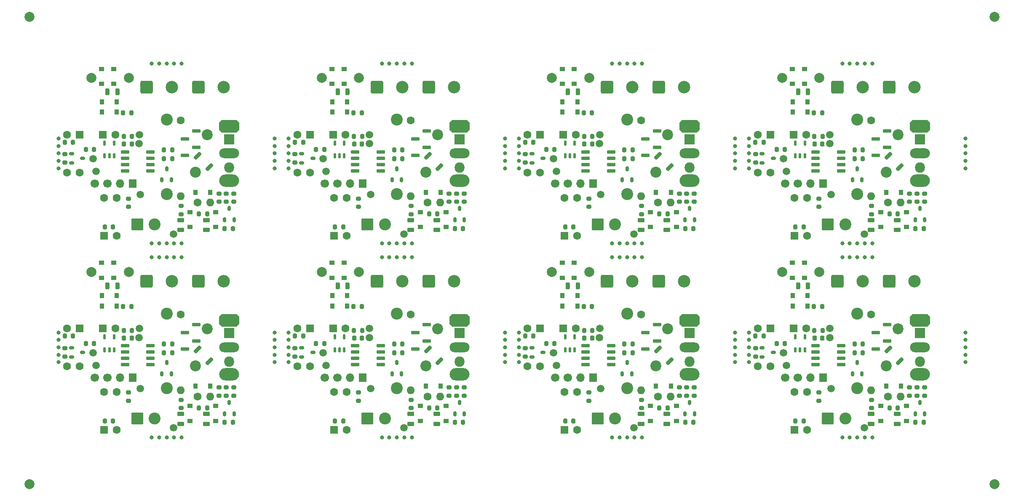
<source format=gbr>
%TF.GenerationSoftware,KiCad,Pcbnew,9.0.2-9.0.2-0~ubuntu24.04.1*%
%TF.CreationDate,2025-05-26T21:58:39+03:00*%
%TF.ProjectId,panelize,70616e65-6c69-47a6-952e-6b696361645f,V01*%
%TF.SameCoordinates,PX2e40d20PY1312d00*%
%TF.FileFunction,Soldermask,Bot*%
%TF.FilePolarity,Negative*%
%FSLAX46Y46*%
G04 Gerber Fmt 4.6, Leading zero omitted, Abs format (unit mm)*
G04 Created by KiCad (PCBNEW 9.0.2-9.0.2-0~ubuntu24.04.1) date 2025-05-26 21:58:39*
%MOMM*%
%LPD*%
G01*
G04 APERTURE LIST*
G04 Aperture macros list*
%AMRoundRect*
0 Rectangle with rounded corners*
0 $1 Rounding radius*
0 $2 $3 $4 $5 $6 $7 $8 $9 X,Y pos of 4 corners*
0 Add a 4 corners polygon primitive as box body*
4,1,4,$2,$3,$4,$5,$6,$7,$8,$9,$2,$3,0*
0 Add four circle primitives for the rounded corners*
1,1,$1+$1,$2,$3*
1,1,$1+$1,$4,$5*
1,1,$1+$1,$6,$7*
1,1,$1+$1,$8,$9*
0 Add four rect primitives between the rounded corners*
20,1,$1+$1,$2,$3,$4,$5,0*
20,1,$1+$1,$4,$5,$6,$7,0*
20,1,$1+$1,$6,$7,$8,$9,0*
20,1,$1+$1,$8,$9,$2,$3,0*%
%AMOutline5P*
0 Free polygon, 5 corners , with rotation*
0 The origin of the aperture is its center*
0 number of corners: always 5*
0 $1 to $10 corner X, Y*
0 $11 Rotation angle, in degrees counterclockwise*
0 create outline with 5 corners*
4,1,5,$1,$2,$3,$4,$5,$6,$7,$8,$9,$10,$1,$2,$11*%
%AMOutline6P*
0 Free polygon, 6 corners , with rotation*
0 The origin of the aperture is its center*
0 number of corners: always 6*
0 $1 to $12 corner X, Y*
0 $13 Rotation angle, in degrees counterclockwise*
0 create outline with 6 corners*
4,1,6,$1,$2,$3,$4,$5,$6,$7,$8,$9,$10,$11,$12,$1,$2,$13*%
%AMOutline7P*
0 Free polygon, 7 corners , with rotation*
0 The origin of the aperture is its center*
0 number of corners: always 7*
0 $1 to $14 corner X, Y*
0 $15 Rotation angle, in degrees counterclockwise*
0 create outline with 7 corners*
4,1,7,$1,$2,$3,$4,$5,$6,$7,$8,$9,$10,$11,$12,$13,$14,$1,$2,$15*%
%AMOutline8P*
0 Free polygon, 8 corners , with rotation*
0 The origin of the aperture is its center*
0 number of corners: always 8*
0 $1 to $16 corner X, Y*
0 $17 Rotation angle, in degrees counterclockwise*
0 create outline with 8 corners*
4,1,8,$1,$2,$3,$4,$5,$6,$7,$8,$9,$10,$11,$12,$13,$14,$15,$16,$1,$2,$17*%
G04 Aperture macros list end*
%ADD10C,2.000000*%
%ADD11C,0.800000*%
%ADD12RoundRect,0.250000X-1.000000X-1.000000X1.000000X-1.000000X1.000000X1.000000X-1.000000X1.000000X0*%
%ADD13C,2.500000*%
%ADD14RoundRect,0.250000X-0.550000X0.550000X-0.550000X-0.550000X0.550000X-0.550000X0.550000X0.550000X0*%
%ADD15C,1.600000*%
%ADD16Outline8P,-1.250000X1.500000X-0.750000X2.000000X0.750000X2.000000X1.250000X1.500000X1.250000X-1.500000X0.750000X-2.000000X-0.750000X-2.000000X-1.250000X-1.500000X270.000000*%
%ADD17R,2.000000X2.100000*%
%ADD18O,4.000000X2.000000*%
%ADD19O,2.000000X2.100000*%
%ADD20O,4.000000X2.500000*%
%ADD21R,1.600000X1.600000*%
%ADD22R,1.600000X1.700000*%
%ADD23O,1.700000X1.700000*%
%ADD24C,1.700000*%
%ADD25C,2.200000*%
%ADD26O,1.600000X1.600000*%
%ADD27RoundRect,0.250000X0.550000X-0.550000X0.550000X0.550000X-0.550000X0.550000X-0.550000X-0.550000X0*%
%ADD28C,2.400000*%
%ADD29RoundRect,0.250001X-0.949999X-0.949999X0.949999X-0.949999X0.949999X0.949999X-0.949999X0.949999X0*%
%ADD30RoundRect,0.150000X0.350000X0.150000X-0.350000X0.150000X-0.350000X-0.150000X0.350000X-0.150000X0*%
%ADD31RoundRect,0.200000X0.200000X0.275000X-0.200000X0.275000X-0.200000X-0.275000X0.200000X-0.275000X0*%
%ADD32RoundRect,0.200000X0.500000X-0.200000X0.500000X0.200000X-0.500000X0.200000X-0.500000X-0.200000X0*%
%ADD33RoundRect,0.204545X0.245455X0.345455X-0.245455X0.345455X-0.245455X-0.345455X0.245455X-0.345455X0*%
%ADD34RoundRect,0.204545X-0.345455X0.245455X-0.345455X-0.245455X0.345455X-0.245455X0.345455X0.245455X0*%
%ADD35RoundRect,0.204545X-0.245455X-0.345455X0.245455X-0.345455X0.245455X0.345455X-0.245455X0.345455X0*%
%ADD36RoundRect,0.200000X-0.200000X-0.275000X0.200000X-0.275000X0.200000X0.275000X-0.200000X0.275000X0*%
%ADD37RoundRect,0.166667X-0.708333X0.208333X-0.708333X-0.208333X0.708333X-0.208333X0.708333X0.208333X0*%
%ADD38RoundRect,0.204545X0.345455X-0.245455X0.345455X0.245455X-0.345455X0.245455X-0.345455X-0.245455X0*%
%ADD39RoundRect,0.137500X-0.137500X0.362500X-0.137500X-0.362500X0.137500X-0.362500X0.137500X0.362500X0*%
%ADD40RoundRect,0.150000X-0.150000X0.350000X-0.150000X-0.350000X0.150000X-0.350000X0.150000X0.350000X0*%
%ADD41RoundRect,0.200000X-0.500000X0.200000X-0.500000X-0.200000X0.500000X-0.200000X0.500000X0.200000X0*%
%ADD42RoundRect,0.200000X0.275000X-0.200000X0.275000X0.200000X-0.275000X0.200000X-0.275000X-0.200000X0*%
%ADD43RoundRect,0.200000X-0.275000X0.200000X-0.275000X-0.200000X0.275000X-0.200000X0.275000X0.200000X0*%
%ADD44RoundRect,0.225000X0.225000X0.250000X-0.225000X0.250000X-0.225000X-0.250000X0.225000X-0.250000X0*%
%ADD45RoundRect,0.150000X0.725000X0.150000X-0.725000X0.150000X-0.725000X-0.150000X0.725000X-0.150000X0*%
%ADD46RoundRect,0.195122X0.204878X0.504878X-0.204878X0.504878X-0.204878X-0.504878X0.204878X-0.504878X0*%
%ADD47RoundRect,0.166667X-0.648181X-0.353553X-0.353553X-0.648181X0.648181X0.353553X0.353553X0.648181X0*%
%ADD48C,1.500000*%
G04 APERTURE END LIST*
D10*
%TO.C,KiKit_TO_2*%
X197000000Y-3000000D03*
%TD*%
D11*
%TO.C,KiKit_MB_5_3*%
X55125813Y-30500009D03*
%TD*%
%TO.C,KiKit_MB_24_2*%
X78363377Y-87600000D03*
%TD*%
D12*
%TO.C,J2*%
X36988881Y-17167500D03*
D13*
X42068881Y-17167500D03*
%TD*%
D11*
%TO.C,KiKit_MB_15_5*%
X172412365Y-12400000D03*
%TD*%
D14*
%TO.C,U1*%
X105677369Y-26700000D03*
D15*
X103137369Y-26700000D03*
X103137369Y-34320000D03*
X105677369Y-34320000D03*
%TD*%
D11*
%TO.C,KiKit_MB_11_4*%
X124637621Y-12400000D03*
%TD*%
D12*
%TO.C,J2*%
X175811613Y-17167500D03*
D13*
X180891613Y-17167500D03*
%TD*%
D12*
%TO.C,J1*%
X72863125Y-17167500D03*
D13*
X77943125Y-17167500D03*
%TD*%
D16*
%TO.C,Q1*%
X43188881Y-25050000D03*
D17*
X43188881Y-27660000D03*
D18*
X43188881Y-30500000D03*
D19*
X43188881Y-33340000D03*
D20*
X43188881Y-35950000D03*
%TD*%
D11*
%TO.C,KiKit_MB_17_2*%
X8851558Y-71000509D03*
%TD*%
%TO.C,KiKit_MB_19_3*%
X30588634Y-51400000D03*
%TD*%
D21*
%TO.C,C2*%
X64063125Y-26700000D03*
D15*
X66563125Y-26700000D03*
%TD*%
D11*
%TO.C,KiKit_MB_21_5*%
X55125834Y-66499010D03*
%TD*%
%TO.C,KiKit_MB_27_2*%
X121636622Y-51400000D03*
%TD*%
D22*
%TO.C,J3*%
X162551613Y-36600000D03*
D23*
X160011613Y-36600000D03*
D24*
X157471613Y-36600000D03*
X154931613Y-36600000D03*
%TD*%
D11*
%TO.C,KiKit_MB_28_2*%
X124637621Y-87600000D03*
%TD*%
%TO.C,KiKit_MB_19_1*%
X27587634Y-51400000D03*
%TD*%
%TO.C,KiKit_MB_23_3*%
X76862878Y-51400000D03*
%TD*%
D12*
%TO.C,J1*%
X119137369Y-56167500D03*
D13*
X124217369Y-56167500D03*
%TD*%
D11*
%TO.C,KiKit_MB_1_3*%
X8851569Y-30500009D03*
%TD*%
D25*
%TO.C,RV1*%
X36388881Y-34250000D03*
X38788881Y-26750000D03*
%TD*%
D22*
%TO.C,J3*%
X162551613Y-75600000D03*
D23*
X160011613Y-75600000D03*
D24*
X157471613Y-75600000D03*
X154931613Y-75600000D03*
%TD*%
D11*
%TO.C,KiKit_MB_10_5*%
X144874168Y-33500990D03*
%TD*%
%TO.C,KiKit_MB_21_4*%
X55125824Y-67999510D03*
%TD*%
%TO.C,KiKit_MB_18_5*%
X52325680Y-72500990D03*
%TD*%
D10*
%TO.C,C1*%
X161811613Y-15300000D03*
X154311613Y-15300000D03*
%TD*%
D11*
%TO.C,KiKit_MB_4_3*%
X30588634Y-48600000D03*
%TD*%
D21*
%TO.C,C2*%
X64063125Y-65700000D03*
D15*
X66563125Y-65700000D03*
%TD*%
%TO.C,R1*%
X125937369Y-62900000D03*
D26*
X125937369Y-78140000D03*
%TD*%
D11*
%TO.C,KiKit_MB_25_2*%
X101400046Y-71000509D03*
%TD*%
D12*
%TO.C,J1*%
X72863125Y-56167500D03*
D13*
X77943125Y-56167500D03*
%TD*%
D27*
%TO.C,U2*%
X64263125Y-47100000D03*
D15*
X66803125Y-47100000D03*
X66803125Y-39480000D03*
X64263125Y-39480000D03*
%TD*%
D11*
%TO.C,KiKit_MB_31_2*%
X167910866Y-51400000D03*
%TD*%
%TO.C,KiKit_MB_9_3*%
X101400057Y-30500009D03*
%TD*%
%TO.C,KiKit_MB_7_2*%
X75362378Y-12400000D03*
%TD*%
%TO.C,KiKit_MB_29_2*%
X147674290Y-71000509D03*
%TD*%
D25*
%TO.C,RV1*%
X128937369Y-73250000D03*
X131337369Y-65750000D03*
%TD*%
D11*
%TO.C,KiKit_MB_11_1*%
X120136122Y-12400000D03*
%TD*%
D21*
%TO.C,C2*%
X17788881Y-26700000D03*
D15*
X20288881Y-26700000D03*
%TD*%
D11*
%TO.C,KiKit_MB_5_1*%
X55125792Y-33501009D03*
%TD*%
D12*
%TO.C,J1*%
X165411613Y-56167500D03*
D13*
X170491613Y-56167500D03*
%TD*%
D11*
%TO.C,KiKit_MB_13_2*%
X147674290Y-32000509D03*
%TD*%
D15*
%TO.C,R2*%
X175611613Y-40400000D03*
D26*
X178151613Y-40400000D03*
%TD*%
D10*
%TO.C,KiKit_TO_3*%
X3000000Y-97000000D03*
%TD*%
D12*
%TO.C,J2*%
X83263125Y-56167500D03*
D13*
X88343125Y-56167500D03*
%TD*%
D27*
%TO.C,U2*%
X17988881Y-47100000D03*
D15*
X20528881Y-47100000D03*
X20528881Y-39480000D03*
X17988881Y-39480000D03*
%TD*%
D11*
%TO.C,KiKit_MB_6_1*%
X98599965Y-27498990D03*
%TD*%
D10*
%TO.C,C1*%
X22988881Y-54300000D03*
X15488881Y-54300000D03*
%TD*%
D11*
%TO.C,KiKit_MB_26_2*%
X144874199Y-67999490D03*
%TD*%
%TO.C,KiKit_MB_22_1*%
X98599965Y-66498990D03*
%TD*%
%TO.C,KiKit_MB_23_5*%
X79863877Y-51400000D03*
%TD*%
%TO.C,KiKit_MB_14_5*%
X191148412Y-33500990D03*
%TD*%
%TO.C,KiKit_MB_23_4*%
X78363377Y-51400000D03*
%TD*%
%TO.C,KiKit_MB_24_4*%
X75362378Y-87600000D03*
%TD*%
%TO.C,KiKit_MB_2_4*%
X52325690Y-32000490D03*
%TD*%
%TO.C,KiKit_MB_4_2*%
X32089133Y-48600000D03*
%TD*%
D15*
%TO.C,R2*%
X83063125Y-40400000D03*
D26*
X85603125Y-40400000D03*
%TD*%
D11*
%TO.C,KiKit_MB_32_1*%
X172412365Y-87600000D03*
%TD*%
%TO.C,KiKit_MB_7_3*%
X76862878Y-12400000D03*
%TD*%
%TO.C,KiKit_MB_14_1*%
X191148453Y-27498990D03*
%TD*%
%TO.C,KiKit_MB_26_3*%
X144874189Y-69499990D03*
%TD*%
%TO.C,KiKit_MB_29_1*%
X147674280Y-72501009D03*
%TD*%
%TO.C,KiKit_MB_21_1*%
X55125792Y-72501009D03*
%TD*%
%TO.C,KiKit_MB_23_1*%
X73861878Y-51400000D03*
%TD*%
%TO.C,KiKit_MB_22_3*%
X98599945Y-69499990D03*
%TD*%
D15*
%TO.C,R2*%
X83063125Y-79400000D03*
D26*
X85603125Y-79400000D03*
%TD*%
D11*
%TO.C,KiKit_MB_13_5*%
X147674322Y-27499010D03*
%TD*%
%TO.C,KiKit_MB_27_3*%
X123137122Y-51400000D03*
%TD*%
D10*
%TO.C,KiKit_TO_1*%
X3000000Y-3000000D03*
%TD*%
D11*
%TO.C,KiKit_MB_4_1*%
X33589633Y-48600000D03*
%TD*%
%TO.C,KiKit_MB_30_2*%
X191148443Y-67999490D03*
%TD*%
%TO.C,KiKit_MB_15_3*%
X169411366Y-12400000D03*
%TD*%
%TO.C,KiKit_MB_22_2*%
X98599955Y-67999490D03*
%TD*%
%TO.C,KiKit_MB_7_5*%
X79863877Y-12400000D03*
%TD*%
%TO.C,KiKit_MB_8_3*%
X76862878Y-48600000D03*
%TD*%
D27*
%TO.C,U2*%
X110537369Y-86100000D03*
D15*
X113077369Y-86100000D03*
X113077369Y-78480000D03*
X110537369Y-78480000D03*
%TD*%
D11*
%TO.C,KiKit_MB_1_2*%
X8851558Y-32000509D03*
%TD*%
%TO.C,KiKit_MB_27_5*%
X126138121Y-51400000D03*
%TD*%
D25*
%TO.C,RV1*%
X175211613Y-34250000D03*
X177611613Y-26750000D03*
%TD*%
D22*
%TO.C,J3*%
X70003125Y-75600000D03*
D23*
X67463125Y-75600000D03*
D24*
X64923125Y-75600000D03*
X62383125Y-75600000D03*
%TD*%
D27*
%TO.C,U2*%
X64263125Y-86100000D03*
D15*
X66803125Y-86100000D03*
X66803125Y-78480000D03*
X64263125Y-78480000D03*
%TD*%
D14*
%TO.C,U1*%
X13128881Y-65700000D03*
D15*
X10588881Y-65700000D03*
X10588881Y-73320000D03*
X13128881Y-73320000D03*
%TD*%
D10*
%TO.C,C1*%
X69263125Y-15300000D03*
X61763125Y-15300000D03*
%TD*%
D11*
%TO.C,KiKit_MB_17_5*%
X8851590Y-66499010D03*
%TD*%
%TO.C,KiKit_MB_31_5*%
X172412365Y-51400000D03*
%TD*%
D16*
%TO.C,Q1*%
X182011613Y-25050000D03*
D17*
X182011613Y-27660000D03*
D18*
X182011613Y-30500000D03*
D19*
X182011613Y-33340000D03*
D20*
X182011613Y-35950000D03*
%TD*%
D11*
%TO.C,KiKit_MB_25_4*%
X101400068Y-67999510D03*
%TD*%
%TO.C,KiKit_MB_26_1*%
X144874209Y-66498990D03*
%TD*%
%TO.C,KiKit_MB_15_4*%
X170911865Y-12400000D03*
%TD*%
D22*
%TO.C,J3*%
X23728881Y-75600000D03*
D23*
X21188881Y-75600000D03*
D24*
X18648881Y-75600000D03*
X16108881Y-75600000D03*
%TD*%
D11*
%TO.C,KiKit_MB_32_2*%
X170911865Y-87600000D03*
%TD*%
%TO.C,KiKit_MB_27_1*%
X120136122Y-51400000D03*
%TD*%
%TO.C,KiKit_MB_28_4*%
X121636622Y-87600000D03*
%TD*%
D28*
%TO.C,C3*%
X30588881Y-23700000D03*
X30588881Y-38700000D03*
%TD*%
D12*
%TO.C,J1*%
X26588881Y-56167500D03*
D13*
X31668881Y-56167500D03*
%TD*%
D11*
%TO.C,KiKit_MB_5_2*%
X55125802Y-32000509D03*
%TD*%
D29*
%TO.C,J4*%
X24688881Y-44800000D03*
D28*
X28188881Y-44800000D03*
%TD*%
D15*
%TO.C,R1*%
X79663125Y-62900000D03*
D26*
X79663125Y-78140000D03*
%TD*%
D11*
%TO.C,KiKit_MB_16_1*%
X172412365Y-48600000D03*
%TD*%
D12*
%TO.C,J2*%
X83263125Y-17167500D03*
D13*
X88343125Y-17167500D03*
%TD*%
D11*
%TO.C,KiKit_MB_19_4*%
X32089133Y-51400000D03*
%TD*%
%TO.C,KiKit_MB_25_1*%
X101400036Y-72501009D03*
%TD*%
D25*
%TO.C,RV1*%
X82663125Y-34250000D03*
X85063125Y-26750000D03*
%TD*%
D11*
%TO.C,KiKit_MB_7_4*%
X78363377Y-12400000D03*
%TD*%
%TO.C,KiKit_MB_26_4*%
X144874178Y-71000490D03*
%TD*%
%TO.C,KiKit_MB_10_2*%
X144874199Y-28999490D03*
%TD*%
%TO.C,KiKit_MB_4_4*%
X29088134Y-48600000D03*
%TD*%
%TO.C,KiKit_MB_27_4*%
X124637621Y-51400000D03*
%TD*%
%TO.C,KiKit_MB_8_5*%
X73861878Y-48600000D03*
%TD*%
D27*
%TO.C,U2*%
X17988881Y-86100000D03*
D15*
X20528881Y-86100000D03*
X20528881Y-78480000D03*
X17988881Y-78480000D03*
%TD*%
D11*
%TO.C,KiKit_MB_32_3*%
X169411366Y-87600000D03*
%TD*%
D15*
%TO.C,R1*%
X33388881Y-23900000D03*
D26*
X33388881Y-39140000D03*
%TD*%
D10*
%TO.C,C1*%
X115537369Y-15300000D03*
X108037369Y-15300000D03*
%TD*%
D11*
%TO.C,KiKit_MB_32_4*%
X167910866Y-87600000D03*
%TD*%
%TO.C,KiKit_MB_10_4*%
X144874178Y-32000490D03*
%TD*%
D22*
%TO.C,J3*%
X116277369Y-75600000D03*
D23*
X113737369Y-75600000D03*
D24*
X111197369Y-75600000D03*
X108657369Y-75600000D03*
%TD*%
D11*
%TO.C,KiKit_MB_10_3*%
X144874189Y-30499990D03*
%TD*%
D21*
%TO.C,C2*%
X110337369Y-65700000D03*
D15*
X112837369Y-65700000D03*
%TD*%
D11*
%TO.C,KiKit_MB_18_3*%
X52325701Y-69499990D03*
%TD*%
D15*
%TO.C,R1*%
X79663125Y-23900000D03*
D26*
X79663125Y-39140000D03*
%TD*%
D21*
%TO.C,C2*%
X17788881Y-65700000D03*
D15*
X20288881Y-65700000D03*
%TD*%
D11*
%TO.C,KiKit_MB_22_5*%
X98599924Y-72500990D03*
%TD*%
D28*
%TO.C,C3*%
X76863125Y-23700000D03*
X76863125Y-38700000D03*
%TD*%
D15*
%TO.C,R2*%
X129337369Y-79400000D03*
D26*
X131877369Y-79400000D03*
%TD*%
D11*
%TO.C,KiKit_MB_13_1*%
X147674280Y-33501009D03*
%TD*%
D29*
%TO.C,J4*%
X163511613Y-44800000D03*
D28*
X167011613Y-44800000D03*
%TD*%
D22*
%TO.C,J3*%
X23728881Y-36600000D03*
D23*
X21188881Y-36600000D03*
D24*
X18648881Y-36600000D03*
X16108881Y-36600000D03*
%TD*%
D28*
%TO.C,C3*%
X123137369Y-62700000D03*
X123137369Y-77700000D03*
%TD*%
D11*
%TO.C,KiKit_MB_3_3*%
X30588634Y-12400000D03*
%TD*%
D16*
%TO.C,Q1*%
X89463125Y-64050000D03*
D17*
X89463125Y-66660000D03*
D18*
X89463125Y-69500000D03*
D19*
X89463125Y-72340000D03*
D20*
X89463125Y-74950000D03*
%TD*%
D10*
%TO.C,KiKit_TO_4*%
X197000000Y-97000000D03*
%TD*%
D22*
%TO.C,J3*%
X70003125Y-36600000D03*
D23*
X67463125Y-36600000D03*
D24*
X64923125Y-36600000D03*
X62383125Y-36600000D03*
%TD*%
D22*
%TO.C,J3*%
X116277369Y-36600000D03*
D23*
X113737369Y-36600000D03*
D24*
X111197369Y-36600000D03*
X108657369Y-36600000D03*
%TD*%
D28*
%TO.C,C3*%
X123137369Y-23700000D03*
X123137369Y-38700000D03*
%TD*%
D12*
%TO.C,J2*%
X129537369Y-56167500D03*
D13*
X134617369Y-56167500D03*
%TD*%
D11*
%TO.C,KiKit_MB_30_5*%
X191148412Y-72500990D03*
%TD*%
%TO.C,KiKit_MB_3_5*%
X33589633Y-12400000D03*
%TD*%
%TO.C,KiKit_MB_31_1*%
X166410366Y-51400000D03*
%TD*%
%TO.C,KiKit_MB_28_5*%
X120136122Y-87600000D03*
%TD*%
%TO.C,KiKit_MB_11_3*%
X123137122Y-12400000D03*
%TD*%
D28*
%TO.C,C3*%
X169411613Y-23700000D03*
X169411613Y-38700000D03*
%TD*%
D14*
%TO.C,U1*%
X151951613Y-26700000D03*
D15*
X149411613Y-26700000D03*
X149411613Y-34320000D03*
X151951613Y-34320000D03*
%TD*%
D11*
%TO.C,KiKit_MB_16_4*%
X167910866Y-48600000D03*
%TD*%
%TO.C,KiKit_MB_16_3*%
X169411366Y-48600000D03*
%TD*%
%TO.C,KiKit_MB_12_2*%
X124637621Y-48600000D03*
%TD*%
%TO.C,KiKit_MB_10_1*%
X144874209Y-27498990D03*
%TD*%
D29*
%TO.C,J4*%
X163511613Y-83800000D03*
D28*
X167011613Y-83800000D03*
%TD*%
D11*
%TO.C,KiKit_MB_32_5*%
X166410366Y-87600000D03*
%TD*%
%TO.C,KiKit_MB_18_1*%
X52325721Y-66498990D03*
%TD*%
D14*
%TO.C,U1*%
X59403125Y-26700000D03*
D15*
X56863125Y-26700000D03*
X56863125Y-34320000D03*
X59403125Y-34320000D03*
%TD*%
D11*
%TO.C,KiKit_MB_11_5*%
X126138121Y-12400000D03*
%TD*%
D25*
%TO.C,RV1*%
X175211613Y-73250000D03*
X177611613Y-65750000D03*
%TD*%
D11*
%TO.C,KiKit_MB_17_4*%
X8851580Y-67999510D03*
%TD*%
D14*
%TO.C,U1*%
X151951613Y-65700000D03*
D15*
X149411613Y-65700000D03*
X149411613Y-73320000D03*
X151951613Y-73320000D03*
%TD*%
D16*
%TO.C,Q1*%
X135737369Y-64050000D03*
D17*
X135737369Y-66660000D03*
D18*
X135737369Y-69500000D03*
D19*
X135737369Y-72340000D03*
D20*
X135737369Y-74950000D03*
%TD*%
D29*
%TO.C,J4*%
X117237369Y-44800000D03*
D28*
X120737369Y-44800000D03*
%TD*%
D29*
%TO.C,J4*%
X70963125Y-83800000D03*
D28*
X74463125Y-83800000D03*
%TD*%
D11*
%TO.C,KiKit_MB_12_4*%
X121636622Y-48600000D03*
%TD*%
%TO.C,KiKit_MB_12_3*%
X123137122Y-48600000D03*
%TD*%
D15*
%TO.C,R1*%
X172211613Y-23900000D03*
D26*
X172211613Y-39140000D03*
%TD*%
D12*
%TO.C,J1*%
X26588881Y-17167500D03*
D13*
X31668881Y-17167500D03*
%TD*%
D11*
%TO.C,KiKit_MB_20_1*%
X33589633Y-87600000D03*
%TD*%
%TO.C,KiKit_MB_12_5*%
X120136122Y-48600000D03*
%TD*%
%TO.C,KiKit_MB_24_1*%
X79863877Y-87600000D03*
%TD*%
D14*
%TO.C,U1*%
X105677369Y-65700000D03*
D15*
X103137369Y-65700000D03*
X103137369Y-73320000D03*
X105677369Y-73320000D03*
%TD*%
D16*
%TO.C,Q1*%
X43188881Y-64050000D03*
D17*
X43188881Y-66660000D03*
D18*
X43188881Y-69500000D03*
D19*
X43188881Y-72340000D03*
D20*
X43188881Y-74950000D03*
%TD*%
D14*
%TO.C,U1*%
X59403125Y-65700000D03*
D15*
X56863125Y-65700000D03*
X56863125Y-73320000D03*
X59403125Y-73320000D03*
%TD*%
D11*
%TO.C,KiKit_MB_19_5*%
X33589633Y-51400000D03*
%TD*%
%TO.C,KiKit_MB_25_5*%
X101400078Y-66499010D03*
%TD*%
D16*
%TO.C,Q1*%
X89463125Y-25050000D03*
D17*
X89463125Y-27660000D03*
D18*
X89463125Y-30500000D03*
D19*
X89463125Y-33340000D03*
D20*
X89463125Y-35950000D03*
%TD*%
D27*
%TO.C,U2*%
X156811613Y-47100000D03*
D15*
X159351613Y-47100000D03*
X159351613Y-39480000D03*
X156811613Y-39480000D03*
%TD*%
D11*
%TO.C,KiKit_MB_28_3*%
X123137122Y-87600000D03*
%TD*%
%TO.C,KiKit_MB_4_5*%
X27587634Y-48600000D03*
%TD*%
%TO.C,KiKit_MB_21_2*%
X55125802Y-71000509D03*
%TD*%
%TO.C,KiKit_MB_30_3*%
X191148433Y-69499990D03*
%TD*%
D25*
%TO.C,RV1*%
X36388881Y-73250000D03*
X38788881Y-65750000D03*
%TD*%
D11*
%TO.C,KiKit_MB_2_2*%
X52325711Y-28999490D03*
%TD*%
%TO.C,KiKit_MB_16_2*%
X170911865Y-48600000D03*
%TD*%
D28*
%TO.C,C3*%
X30588881Y-62700000D03*
X30588881Y-77700000D03*
%TD*%
D12*
%TO.C,J1*%
X119137369Y-17167500D03*
D13*
X124217369Y-17167500D03*
%TD*%
D11*
%TO.C,KiKit_MB_15_2*%
X167910866Y-12400000D03*
%TD*%
%TO.C,KiKit_MB_14_3*%
X191148433Y-30499990D03*
%TD*%
%TO.C,KiKit_MB_21_3*%
X55125813Y-69500009D03*
%TD*%
%TO.C,KiKit_MB_1_5*%
X8851590Y-27499010D03*
%TD*%
%TO.C,KiKit_MB_1_1*%
X8851548Y-33501009D03*
%TD*%
%TO.C,KiKit_MB_17_3*%
X8851569Y-69500009D03*
%TD*%
D25*
%TO.C,RV1*%
X128937369Y-34250000D03*
X131337369Y-26750000D03*
%TD*%
D11*
%TO.C,KiKit_MB_18_2*%
X52325711Y-67999490D03*
%TD*%
%TO.C,KiKit_MB_3_4*%
X32089133Y-12400000D03*
%TD*%
D16*
%TO.C,Q1*%
X182011613Y-64050000D03*
D17*
X182011613Y-66660000D03*
D18*
X182011613Y-69500000D03*
D19*
X182011613Y-72340000D03*
D20*
X182011613Y-74950000D03*
%TD*%
D11*
%TO.C,KiKit_MB_30_4*%
X191148422Y-71000490D03*
%TD*%
D16*
%TO.C,Q1*%
X135737369Y-25050000D03*
D17*
X135737369Y-27660000D03*
D18*
X135737369Y-30500000D03*
D19*
X135737369Y-33340000D03*
D20*
X135737369Y-35950000D03*
%TD*%
D11*
%TO.C,KiKit_MB_17_1*%
X8851548Y-72501009D03*
%TD*%
%TO.C,KiKit_MB_5_5*%
X55125834Y-27499010D03*
%TD*%
%TO.C,KiKit_MB_18_4*%
X52325690Y-71000490D03*
%TD*%
%TO.C,KiKit_MB_28_1*%
X126138121Y-87600000D03*
%TD*%
%TO.C,KiKit_MB_29_3*%
X147674301Y-69500009D03*
%TD*%
D28*
%TO.C,C3*%
X169411613Y-62700000D03*
X169411613Y-77700000D03*
%TD*%
D25*
%TO.C,RV1*%
X82663125Y-73250000D03*
X85063125Y-65750000D03*
%TD*%
D11*
%TO.C,KiKit_MB_13_3*%
X147674301Y-30500009D03*
%TD*%
%TO.C,KiKit_MB_11_2*%
X121636622Y-12400000D03*
%TD*%
%TO.C,KiKit_MB_8_4*%
X75362378Y-48600000D03*
%TD*%
%TO.C,KiKit_MB_24_5*%
X73861878Y-87600000D03*
%TD*%
%TO.C,KiKit_MB_6_3*%
X98599945Y-30499990D03*
%TD*%
%TO.C,KiKit_MB_2_1*%
X52325721Y-27498990D03*
%TD*%
D15*
%TO.C,R2*%
X175611613Y-79400000D03*
D26*
X178151613Y-79400000D03*
%TD*%
D11*
%TO.C,KiKit_MB_6_4*%
X98599934Y-32000490D03*
%TD*%
%TO.C,KiKit_MB_31_4*%
X170911865Y-51400000D03*
%TD*%
%TO.C,KiKit_MB_9_5*%
X101400078Y-27499010D03*
%TD*%
D29*
%TO.C,J4*%
X70963125Y-44800000D03*
D28*
X74463125Y-44800000D03*
%TD*%
D10*
%TO.C,C1*%
X22988881Y-15300000D03*
X15488881Y-15300000D03*
%TD*%
D27*
%TO.C,U2*%
X110537369Y-47100000D03*
D15*
X113077369Y-47100000D03*
X113077369Y-39480000D03*
X110537369Y-39480000D03*
%TD*%
D11*
%TO.C,KiKit_MB_20_2*%
X32089133Y-87600000D03*
%TD*%
D21*
%TO.C,C2*%
X156611613Y-65700000D03*
D15*
X159111613Y-65700000D03*
%TD*%
D11*
%TO.C,KiKit_MB_6_5*%
X98599924Y-33500990D03*
%TD*%
%TO.C,KiKit_MB_5_4*%
X55125824Y-28999510D03*
%TD*%
%TO.C,KiKit_MB_13_4*%
X147674312Y-28999510D03*
%TD*%
%TO.C,KiKit_MB_9_4*%
X101400068Y-28999510D03*
%TD*%
%TO.C,KiKit_MB_22_4*%
X98599934Y-71000490D03*
%TD*%
D12*
%TO.C,J1*%
X165411613Y-17167500D03*
D13*
X170491613Y-17167500D03*
%TD*%
D10*
%TO.C,C1*%
X161811613Y-54300000D03*
X154311613Y-54300000D03*
%TD*%
D11*
%TO.C,KiKit_MB_29_5*%
X147674322Y-66499010D03*
%TD*%
D12*
%TO.C,J2*%
X36988881Y-56167500D03*
D13*
X42068881Y-56167500D03*
%TD*%
D11*
%TO.C,KiKit_MB_8_1*%
X79863877Y-48600000D03*
%TD*%
%TO.C,KiKit_MB_14_4*%
X191148422Y-32000490D03*
%TD*%
%TO.C,KiKit_MB_30_1*%
X191148453Y-66498990D03*
%TD*%
%TO.C,KiKit_MB_12_1*%
X126138121Y-48600000D03*
%TD*%
%TO.C,KiKit_MB_3_2*%
X29088134Y-12400000D03*
%TD*%
D27*
%TO.C,U2*%
X156811613Y-86100000D03*
D15*
X159351613Y-86100000D03*
X159351613Y-78480000D03*
X156811613Y-78480000D03*
%TD*%
D11*
%TO.C,KiKit_MB_3_1*%
X27587634Y-12400000D03*
%TD*%
%TO.C,KiKit_MB_29_4*%
X147674312Y-67999510D03*
%TD*%
%TO.C,KiKit_MB_9_1*%
X101400036Y-33501009D03*
%TD*%
D21*
%TO.C,C2*%
X110337369Y-26700000D03*
D15*
X112837369Y-26700000D03*
%TD*%
D11*
%TO.C,KiKit_MB_2_5*%
X52325680Y-33500990D03*
%TD*%
D28*
%TO.C,C3*%
X76863125Y-62700000D03*
X76863125Y-77700000D03*
%TD*%
D11*
%TO.C,KiKit_MB_9_2*%
X101400046Y-32000509D03*
%TD*%
D10*
%TO.C,C1*%
X115537369Y-54300000D03*
X108037369Y-54300000D03*
%TD*%
D11*
%TO.C,KiKit_MB_20_4*%
X29088134Y-87600000D03*
%TD*%
%TO.C,KiKit_MB_20_3*%
X30588634Y-87600000D03*
%TD*%
%TO.C,KiKit_MB_31_3*%
X169411366Y-51400000D03*
%TD*%
%TO.C,KiKit_MB_26_5*%
X144874168Y-72500990D03*
%TD*%
%TO.C,KiKit_MB_15_1*%
X166410366Y-12400000D03*
%TD*%
D12*
%TO.C,J2*%
X175811613Y-56167500D03*
D13*
X180891613Y-56167500D03*
%TD*%
D14*
%TO.C,U1*%
X13128881Y-26700000D03*
D15*
X10588881Y-26700000D03*
X10588881Y-34320000D03*
X13128881Y-34320000D03*
%TD*%
D11*
%TO.C,KiKit_MB_19_2*%
X29088134Y-51400000D03*
%TD*%
%TO.C,KiKit_MB_25_3*%
X101400057Y-69500009D03*
%TD*%
%TO.C,KiKit_MB_1_4*%
X8851580Y-28999510D03*
%TD*%
%TO.C,KiKit_MB_2_3*%
X52325701Y-30499990D03*
%TD*%
%TO.C,KiKit_MB_23_2*%
X75362378Y-51400000D03*
%TD*%
D29*
%TO.C,J4*%
X117237369Y-83800000D03*
D28*
X120737369Y-83800000D03*
%TD*%
D11*
%TO.C,KiKit_MB_14_2*%
X191148443Y-28999490D03*
%TD*%
D15*
%TO.C,R2*%
X129337369Y-40400000D03*
D26*
X131877369Y-40400000D03*
%TD*%
D11*
%TO.C,KiKit_MB_16_5*%
X166410366Y-48600000D03*
%TD*%
D15*
%TO.C,R2*%
X36788881Y-40400000D03*
D26*
X39328881Y-40400000D03*
%TD*%
D15*
%TO.C,R1*%
X125937369Y-23900000D03*
D26*
X125937369Y-39140000D03*
%TD*%
D10*
%TO.C,C1*%
X69263125Y-54300000D03*
X61763125Y-54300000D03*
%TD*%
D11*
%TO.C,KiKit_MB_20_5*%
X27587634Y-87600000D03*
%TD*%
D15*
%TO.C,R2*%
X36788881Y-79400000D03*
D26*
X39328881Y-79400000D03*
%TD*%
D12*
%TO.C,J2*%
X129537369Y-17167500D03*
D13*
X134617369Y-17167500D03*
%TD*%
D11*
%TO.C,KiKit_MB_24_3*%
X76862878Y-87600000D03*
%TD*%
D15*
%TO.C,R1*%
X33388881Y-62900000D03*
D26*
X33388881Y-78140000D03*
%TD*%
D11*
%TO.C,KiKit_MB_8_2*%
X78363377Y-48600000D03*
%TD*%
D29*
%TO.C,J4*%
X24688881Y-83800000D03*
D28*
X28188881Y-83800000D03*
%TD*%
D15*
%TO.C,R1*%
X172211613Y-62900000D03*
D26*
X172211613Y-78140000D03*
%TD*%
D11*
%TO.C,KiKit_MB_7_1*%
X73861878Y-12400000D03*
%TD*%
D21*
%TO.C,C2*%
X156611613Y-26700000D03*
D15*
X159111613Y-26700000D03*
%TD*%
D11*
%TO.C,KiKit_MB_6_2*%
X98599955Y-28999490D03*
%TD*%
D30*
%TO.C,Q3*%
X150274113Y-32450000D03*
X150274113Y-30550000D03*
X152549113Y-31500000D03*
%TD*%
D31*
%TO.C,R12*%
X37063881Y-81700000D03*
X38713881Y-81700000D03*
%TD*%
D32*
%TO.C,D8*%
X125937369Y-82900000D03*
X125937369Y-84900000D03*
%TD*%
D33*
%TO.C,D6*%
X110137369Y-61200000D03*
X113137369Y-61200000D03*
%TD*%
D30*
%TO.C,Q3*%
X11451381Y-71450000D03*
X11451381Y-69550000D03*
X13726381Y-70500000D03*
%TD*%
D34*
%TO.C,D1*%
X158811613Y-16500000D03*
X158811613Y-13500000D03*
%TD*%
D31*
%TO.C,C5*%
X160786613Y-66100000D03*
X162436613Y-66100000D03*
%TD*%
D35*
%TO.C,D4*%
X178211613Y-38300000D03*
X175211613Y-38300000D03*
%TD*%
D34*
%TO.C,D1*%
X112537369Y-16500000D03*
X112537369Y-13500000D03*
%TD*%
D36*
%TO.C,R14*%
X150586613Y-28250000D03*
X148936613Y-28250000D03*
%TD*%
D37*
%TO.C,R4*%
X36588881Y-29250000D03*
X36588881Y-25950000D03*
%TD*%
%TO.C,R5*%
X126837369Y-30850000D03*
X126837369Y-27550000D03*
%TD*%
D34*
%TO.C,D1*%
X19988881Y-16500000D03*
X19988881Y-13500000D03*
%TD*%
D38*
%TO.C,D2*%
X63816135Y-52500000D03*
X63816135Y-55500000D03*
%TD*%
D31*
%TO.C,C5*%
X160786613Y-27100000D03*
X162436613Y-27100000D03*
%TD*%
D36*
%TO.C,R16*%
X158636613Y-45300000D03*
X156986613Y-45300000D03*
%TD*%
D37*
%TO.C,R4*%
X82863125Y-29250000D03*
X82863125Y-25950000D03*
%TD*%
D39*
%TO.C,U5*%
X158861613Y-70000000D03*
X157911613Y-70000000D03*
X156961613Y-70000000D03*
X156961613Y-67400000D03*
X158861613Y-67400000D03*
%TD*%
D40*
%TO.C,U4*%
X31538881Y-74837500D03*
X29638881Y-74837500D03*
X30588881Y-72562500D03*
%TD*%
D36*
%TO.C,R9*%
X116062369Y-61300000D03*
X114412369Y-61300000D03*
%TD*%
D40*
%TO.C,Q2*%
X90413125Y-43837500D03*
X88513125Y-43837500D03*
X89463125Y-41562500D03*
%TD*%
D41*
%TO.C,D9*%
X38588881Y-45900000D03*
X38588881Y-43900000D03*
%TD*%
D36*
%TO.C,R7*%
X77988125Y-29800000D03*
X76338125Y-29800000D03*
%TD*%
D35*
%TO.C,D7*%
X20588881Y-59100000D03*
X17588881Y-59100000D03*
%TD*%
D39*
%TO.C,U5*%
X66313125Y-70000000D03*
X65363125Y-70000000D03*
X64413125Y-70000000D03*
X64413125Y-67400000D03*
X66313125Y-67400000D03*
%TD*%
D32*
%TO.C,D8*%
X125937369Y-43900000D03*
X125937369Y-45900000D03*
%TD*%
D38*
%TO.C,D3*%
X86763125Y-42300000D03*
X86763125Y-45300000D03*
%TD*%
D31*
%TO.C,C9*%
X60638125Y-29700000D03*
X62288125Y-29700000D03*
%TD*%
D32*
%TO.C,D8*%
X172211613Y-82900000D03*
X172211613Y-84900000D03*
%TD*%
D42*
%TO.C,R11*%
X79763125Y-41075000D03*
X79763125Y-42725000D03*
%TD*%
D36*
%TO.C,R14*%
X150586613Y-67250000D03*
X148936613Y-67250000D03*
%TD*%
D31*
%TO.C,R8*%
X76338125Y-31600000D03*
X77988125Y-31600000D03*
%TD*%
D39*
%TO.C,U5*%
X158861613Y-31000000D03*
X157911613Y-31000000D03*
X156961613Y-31000000D03*
X156961613Y-28400000D03*
X158861613Y-28400000D03*
%TD*%
D31*
%TO.C,C9*%
X153186613Y-29700000D03*
X154836613Y-29700000D03*
%TD*%
D40*
%TO.C,Q2*%
X182961613Y-82837500D03*
X181061613Y-82837500D03*
X182011613Y-80562500D03*
%TD*%
D32*
%TO.C,D8*%
X33388881Y-43900000D03*
X33388881Y-45900000D03*
%TD*%
D31*
%TO.C,R12*%
X175886613Y-81700000D03*
X177536613Y-81700000D03*
%TD*%
D36*
%TO.C,R9*%
X69788125Y-61300000D03*
X68138125Y-61300000D03*
%TD*%
D43*
%TO.C,R13*%
X148949113Y-32325000D03*
X148949113Y-30675000D03*
%TD*%
D37*
%TO.C,R4*%
X82863125Y-68250000D03*
X82863125Y-64950000D03*
%TD*%
D44*
%TO.C,C6*%
X160836613Y-28600000D03*
X162386613Y-28600000D03*
%TD*%
D31*
%TO.C,R12*%
X83338125Y-42700000D03*
X84988125Y-42700000D03*
%TD*%
D43*
%TO.C,R10*%
X136637369Y-79225000D03*
X136637369Y-77575000D03*
%TD*%
D39*
%TO.C,U5*%
X112587369Y-70000000D03*
X111637369Y-70000000D03*
X110687369Y-70000000D03*
X110687369Y-67400000D03*
X112587369Y-67400000D03*
%TD*%
D42*
%TO.C,C7*%
X87363125Y-38575000D03*
X87363125Y-40225000D03*
%TD*%
%TO.C,C7*%
X179911613Y-77575000D03*
X179911613Y-79225000D03*
%TD*%
D31*
%TO.C,C9*%
X106912369Y-68700000D03*
X108562369Y-68700000D03*
%TD*%
D39*
%TO.C,U5*%
X20038881Y-70000000D03*
X19088881Y-70000000D03*
X18138881Y-70000000D03*
X18138881Y-67400000D03*
X20038881Y-67400000D03*
%TD*%
D36*
%TO.C,R9*%
X69788125Y-22300000D03*
X68138125Y-22300000D03*
%TD*%
%TO.C,R7*%
X77988125Y-68800000D03*
X76338125Y-68800000D03*
%TD*%
D39*
%TO.C,U5*%
X112587369Y-31000000D03*
X111637369Y-31000000D03*
X110687369Y-31000000D03*
X110687369Y-28400000D03*
X112587369Y-28400000D03*
%TD*%
D38*
%TO.C,D5*%
X174111613Y-81300000D03*
X174111613Y-84300000D03*
%TD*%
D42*
%TO.C,R11*%
X79763125Y-80075000D03*
X79763125Y-81725000D03*
%TD*%
D31*
%TO.C,C9*%
X106912369Y-29700000D03*
X108562369Y-29700000D03*
%TD*%
D45*
%TO.C,U3*%
X22213881Y-73005000D03*
X22213881Y-71735000D03*
X22213881Y-70465000D03*
X22213881Y-69195000D03*
X27363881Y-69195000D03*
X27363881Y-70465000D03*
X27363881Y-71735000D03*
X27363881Y-73005000D03*
%TD*%
D39*
%TO.C,U5*%
X20038881Y-31000000D03*
X19088881Y-31000000D03*
X18138881Y-31000000D03*
X18138881Y-28400000D03*
X20038881Y-28400000D03*
%TD*%
D42*
%TO.C,R6*%
X115437369Y-39575000D03*
X115437369Y-41225000D03*
%TD*%
D36*
%TO.C,R16*%
X66088125Y-45300000D03*
X64438125Y-45300000D03*
%TD*%
D31*
%TO.C,R15*%
X134812369Y-45600000D03*
X136462369Y-45600000D03*
%TD*%
D36*
%TO.C,R16*%
X158636613Y-84300000D03*
X156986613Y-84300000D03*
%TD*%
%TO.C,R14*%
X58038125Y-28250000D03*
X56388125Y-28250000D03*
%TD*%
D40*
%TO.C,Q2*%
X182961613Y-43837500D03*
X181061613Y-43837500D03*
X182011613Y-41562500D03*
%TD*%
D37*
%TO.C,R5*%
X34288881Y-30850000D03*
X34288881Y-27550000D03*
%TD*%
D43*
%TO.C,R3*%
X181411613Y-79225000D03*
X181411613Y-77575000D03*
%TD*%
D44*
%TO.C,C6*%
X68288125Y-67600000D03*
X69838125Y-67600000D03*
%TD*%
D30*
%TO.C,Q3*%
X11451381Y-32450000D03*
X11451381Y-30550000D03*
X13726381Y-31500000D03*
%TD*%
D43*
%TO.C,R13*%
X56400625Y-71325000D03*
X56400625Y-69675000D03*
%TD*%
D31*
%TO.C,R8*%
X122612369Y-70600000D03*
X124262369Y-70600000D03*
%TD*%
D36*
%TO.C,R16*%
X112362369Y-84300000D03*
X110712369Y-84300000D03*
%TD*%
D30*
%TO.C,Q3*%
X103999869Y-71450000D03*
X103999869Y-69550000D03*
X106274869Y-70500000D03*
%TD*%
D37*
%TO.C,R5*%
X173111613Y-69850000D03*
X173111613Y-66550000D03*
%TD*%
D43*
%TO.C,R3*%
X88863125Y-79225000D03*
X88863125Y-77575000D03*
%TD*%
%TO.C,R13*%
X56400625Y-32325000D03*
X56400625Y-30675000D03*
%TD*%
D33*
%TO.C,D6*%
X17588881Y-61200000D03*
X20588881Y-61200000D03*
%TD*%
D43*
%TO.C,R10*%
X182911613Y-40225000D03*
X182911613Y-38575000D03*
%TD*%
D36*
%TO.C,R16*%
X112362369Y-45300000D03*
X110712369Y-45300000D03*
%TD*%
D40*
%TO.C,Q2*%
X90413125Y-82837500D03*
X88513125Y-82837500D03*
X89463125Y-80562500D03*
%TD*%
D31*
%TO.C,R15*%
X42263881Y-84600000D03*
X43913881Y-84600000D03*
%TD*%
D43*
%TO.C,R3*%
X88863125Y-40225000D03*
X88863125Y-38575000D03*
%TD*%
D41*
%TO.C,D9*%
X177411613Y-84900000D03*
X177411613Y-82900000D03*
%TD*%
D43*
%TO.C,R3*%
X135137369Y-40225000D03*
X135137369Y-38575000D03*
%TD*%
D36*
%TO.C,R16*%
X19813881Y-45300000D03*
X18163881Y-45300000D03*
%TD*%
%TO.C,R9*%
X162336613Y-22300000D03*
X160686613Y-22300000D03*
%TD*%
%TO.C,R14*%
X104312369Y-67250000D03*
X102662369Y-67250000D03*
%TD*%
%TO.C,R14*%
X58038125Y-67250000D03*
X56388125Y-67250000D03*
%TD*%
D32*
%TO.C,D8*%
X172211613Y-43900000D03*
X172211613Y-45900000D03*
%TD*%
D37*
%TO.C,R4*%
X175411613Y-29250000D03*
X175411613Y-25950000D03*
%TD*%
D30*
%TO.C,Q3*%
X57725625Y-71450000D03*
X57725625Y-69550000D03*
X60000625Y-70500000D03*
%TD*%
D41*
%TO.C,D9*%
X177411613Y-45900000D03*
X177411613Y-43900000D03*
%TD*%
D42*
%TO.C,R6*%
X69163125Y-78575000D03*
X69163125Y-80225000D03*
%TD*%
D46*
%TO.C,C4*%
X157511613Y-57100000D03*
X159511613Y-57100000D03*
%TD*%
D33*
%TO.C,D6*%
X63863125Y-22200000D03*
X66863125Y-22200000D03*
%TD*%
D31*
%TO.C,R12*%
X175886613Y-42700000D03*
X177536613Y-42700000D03*
%TD*%
D30*
%TO.C,Q3*%
X57725625Y-32450000D03*
X57725625Y-30550000D03*
X60000625Y-31500000D03*
%TD*%
D36*
%TO.C,R9*%
X23513881Y-61300000D03*
X21863881Y-61300000D03*
%TD*%
D47*
%TO.C,C8*%
X131704095Y-33266726D03*
X129370643Y-30933274D03*
%TD*%
D35*
%TO.C,D4*%
X131937369Y-38300000D03*
X128937369Y-38300000D03*
%TD*%
D31*
%TO.C,R12*%
X129612369Y-42700000D03*
X131262369Y-42700000D03*
%TD*%
D33*
%TO.C,D6*%
X156411613Y-61200000D03*
X159411613Y-61200000D03*
%TD*%
D38*
%TO.C,D3*%
X86763125Y-81300000D03*
X86763125Y-84300000D03*
%TD*%
D31*
%TO.C,C9*%
X60638125Y-68700000D03*
X62288125Y-68700000D03*
%TD*%
D32*
%TO.C,D8*%
X79663125Y-82900000D03*
X79663125Y-84900000D03*
%TD*%
D43*
%TO.C,R3*%
X42588881Y-79225000D03*
X42588881Y-77575000D03*
%TD*%
D38*
%TO.C,D2*%
X156364623Y-52500000D03*
X156364623Y-55500000D03*
%TD*%
%TO.C,D2*%
X17541891Y-13500000D03*
X17541891Y-16500000D03*
%TD*%
D31*
%TO.C,C9*%
X153186613Y-68700000D03*
X154836613Y-68700000D03*
%TD*%
D40*
%TO.C,U4*%
X170361613Y-74837500D03*
X168461613Y-74837500D03*
X169411613Y-72562500D03*
%TD*%
D34*
%TO.C,D1*%
X19988881Y-55500000D03*
X19988881Y-52500000D03*
%TD*%
D47*
%TO.C,C8*%
X85429851Y-72266726D03*
X83096399Y-69933274D03*
%TD*%
D43*
%TO.C,R10*%
X136637369Y-40225000D03*
X136637369Y-38575000D03*
%TD*%
D38*
%TO.C,D5*%
X81563125Y-42300000D03*
X81563125Y-45300000D03*
%TD*%
D42*
%TO.C,R6*%
X22888881Y-39575000D03*
X22888881Y-41225000D03*
%TD*%
D45*
%TO.C,U3*%
X68488125Y-34005000D03*
X68488125Y-32735000D03*
X68488125Y-31465000D03*
X68488125Y-30195000D03*
X73638125Y-30195000D03*
X73638125Y-31465000D03*
X73638125Y-32735000D03*
X73638125Y-34005000D03*
%TD*%
D33*
%TO.C,D6*%
X156411613Y-22200000D03*
X159411613Y-22200000D03*
%TD*%
D47*
%TO.C,C8*%
X39155607Y-72266726D03*
X36822155Y-69933274D03*
%TD*%
D40*
%TO.C,U4*%
X77813125Y-35837500D03*
X75913125Y-35837500D03*
X76863125Y-33562500D03*
%TD*%
D38*
%TO.C,D3*%
X179311613Y-81300000D03*
X179311613Y-84300000D03*
%TD*%
%TO.C,D5*%
X81563125Y-81300000D03*
X81563125Y-84300000D03*
%TD*%
D46*
%TO.C,C4*%
X64963125Y-18100000D03*
X66963125Y-18100000D03*
%TD*%
D31*
%TO.C,C5*%
X68238125Y-66100000D03*
X69888125Y-66100000D03*
%TD*%
D36*
%TO.C,R16*%
X66088125Y-84300000D03*
X64438125Y-84300000D03*
%TD*%
D43*
%TO.C,R10*%
X44088881Y-40225000D03*
X44088881Y-38575000D03*
%TD*%
D47*
%TO.C,C8*%
X177978339Y-33266726D03*
X175644887Y-30933274D03*
%TD*%
D36*
%TO.C,R9*%
X23513881Y-22300000D03*
X21863881Y-22300000D03*
%TD*%
D38*
%TO.C,D2*%
X156364623Y-13500000D03*
X156364623Y-16500000D03*
%TD*%
D35*
%TO.C,D4*%
X85663125Y-77300000D03*
X82663125Y-77300000D03*
%TD*%
D47*
%TO.C,C8*%
X39155607Y-33266726D03*
X36822155Y-30933274D03*
%TD*%
D39*
%TO.C,U5*%
X66313125Y-31000000D03*
X65363125Y-31000000D03*
X64413125Y-31000000D03*
X64413125Y-28400000D03*
X66313125Y-28400000D03*
%TD*%
D35*
%TO.C,D7*%
X66863125Y-20100000D03*
X63863125Y-20100000D03*
%TD*%
D43*
%TO.C,R10*%
X182911613Y-79225000D03*
X182911613Y-77575000D03*
%TD*%
D38*
%TO.C,D3*%
X133037369Y-81300000D03*
X133037369Y-84300000D03*
%TD*%
D35*
%TO.C,D4*%
X39388881Y-38300000D03*
X36388881Y-38300000D03*
%TD*%
D40*
%TO.C,Q2*%
X44138881Y-43837500D03*
X42238881Y-43837500D03*
X43188881Y-41562500D03*
%TD*%
D42*
%TO.C,R6*%
X115437369Y-78575000D03*
X115437369Y-80225000D03*
%TD*%
D43*
%TO.C,R10*%
X44088881Y-79225000D03*
X44088881Y-77575000D03*
%TD*%
D36*
%TO.C,R7*%
X170536613Y-29800000D03*
X168886613Y-29800000D03*
%TD*%
D40*
%TO.C,Q2*%
X44138881Y-82837500D03*
X42238881Y-82837500D03*
X43188881Y-80562500D03*
%TD*%
D35*
%TO.C,D4*%
X39388881Y-77300000D03*
X36388881Y-77300000D03*
%TD*%
D31*
%TO.C,C5*%
X114512369Y-66100000D03*
X116162369Y-66100000D03*
%TD*%
%TO.C,R15*%
X88538125Y-45600000D03*
X90188125Y-45600000D03*
%TD*%
%TO.C,R15*%
X134812369Y-84600000D03*
X136462369Y-84600000D03*
%TD*%
D44*
%TO.C,C6*%
X22013881Y-28600000D03*
X23563881Y-28600000D03*
%TD*%
D40*
%TO.C,U4*%
X170361613Y-35837500D03*
X168461613Y-35837500D03*
X169411613Y-33562500D03*
%TD*%
D43*
%TO.C,R3*%
X135137369Y-79225000D03*
X135137369Y-77575000D03*
%TD*%
D44*
%TO.C,C6*%
X160836613Y-67600000D03*
X162386613Y-67600000D03*
%TD*%
D46*
%TO.C,C4*%
X18688881Y-18100000D03*
X20688881Y-18100000D03*
%TD*%
D35*
%TO.C,D7*%
X66863125Y-59100000D03*
X63863125Y-59100000D03*
%TD*%
D43*
%TO.C,R13*%
X102674869Y-71325000D03*
X102674869Y-69675000D03*
%TD*%
D47*
%TO.C,C8*%
X177978339Y-72266726D03*
X175644887Y-69933274D03*
%TD*%
D37*
%TO.C,R4*%
X129137369Y-68250000D03*
X129137369Y-64950000D03*
%TD*%
D42*
%TO.C,C7*%
X87363125Y-77575000D03*
X87363125Y-79225000D03*
%TD*%
D41*
%TO.C,D9*%
X84863125Y-45900000D03*
X84863125Y-43900000D03*
%TD*%
D43*
%TO.C,R3*%
X181411613Y-40225000D03*
X181411613Y-38575000D03*
%TD*%
D31*
%TO.C,C9*%
X14363881Y-68700000D03*
X16013881Y-68700000D03*
%TD*%
D37*
%TO.C,R4*%
X129137369Y-29250000D03*
X129137369Y-25950000D03*
%TD*%
D35*
%TO.C,D4*%
X178211613Y-77300000D03*
X175211613Y-77300000D03*
%TD*%
D45*
%TO.C,U3*%
X161036613Y-73005000D03*
X161036613Y-71735000D03*
X161036613Y-70465000D03*
X161036613Y-69195000D03*
X166186613Y-69195000D03*
X166186613Y-70465000D03*
X166186613Y-71735000D03*
X166186613Y-73005000D03*
%TD*%
D40*
%TO.C,U4*%
X124087369Y-35837500D03*
X122187369Y-35837500D03*
X123137369Y-33562500D03*
%TD*%
D36*
%TO.C,R7*%
X170536613Y-68800000D03*
X168886613Y-68800000D03*
%TD*%
D42*
%TO.C,C7*%
X179911613Y-38575000D03*
X179911613Y-40225000D03*
%TD*%
D31*
%TO.C,R15*%
X88538125Y-84600000D03*
X90188125Y-84600000D03*
%TD*%
D36*
%TO.C,R14*%
X104312369Y-28250000D03*
X102662369Y-28250000D03*
%TD*%
D40*
%TO.C,U4*%
X31538881Y-35837500D03*
X29638881Y-35837500D03*
X30588881Y-33562500D03*
%TD*%
D31*
%TO.C,R8*%
X168886613Y-70600000D03*
X170536613Y-70600000D03*
%TD*%
D45*
%TO.C,U3*%
X22213881Y-34005000D03*
X22213881Y-32735000D03*
X22213881Y-31465000D03*
X22213881Y-30195000D03*
X27363881Y-30195000D03*
X27363881Y-31465000D03*
X27363881Y-32735000D03*
X27363881Y-34005000D03*
%TD*%
%TO.C,U3*%
X114762369Y-34005000D03*
X114762369Y-32735000D03*
X114762369Y-31465000D03*
X114762369Y-30195000D03*
X119912369Y-30195000D03*
X119912369Y-31465000D03*
X119912369Y-32735000D03*
X119912369Y-34005000D03*
%TD*%
D36*
%TO.C,R7*%
X31713881Y-68800000D03*
X30063881Y-68800000D03*
%TD*%
D42*
%TO.C,R11*%
X172311613Y-41075000D03*
X172311613Y-42725000D03*
%TD*%
D30*
%TO.C,Q3*%
X150274113Y-71450000D03*
X150274113Y-69550000D03*
X152549113Y-70500000D03*
%TD*%
D31*
%TO.C,C5*%
X114512369Y-27100000D03*
X116162369Y-27100000D03*
%TD*%
D40*
%TO.C,U4*%
X124087369Y-74837500D03*
X122187369Y-74837500D03*
X123137369Y-72562500D03*
%TD*%
D38*
%TO.C,D5*%
X127837369Y-81300000D03*
X127837369Y-84300000D03*
%TD*%
D32*
%TO.C,D8*%
X79663125Y-43900000D03*
X79663125Y-45900000D03*
%TD*%
D31*
%TO.C,R12*%
X83338125Y-81700000D03*
X84988125Y-81700000D03*
%TD*%
D47*
%TO.C,C8*%
X131704095Y-72266726D03*
X129370643Y-69933274D03*
%TD*%
D36*
%TO.C,R7*%
X124262369Y-29800000D03*
X122612369Y-29800000D03*
%TD*%
D35*
%TO.C,D7*%
X113137369Y-20100000D03*
X110137369Y-20100000D03*
%TD*%
D32*
%TO.C,D8*%
X33388881Y-82900000D03*
X33388881Y-84900000D03*
%TD*%
D35*
%TO.C,D7*%
X20588881Y-20100000D03*
X17588881Y-20100000D03*
%TD*%
D31*
%TO.C,R8*%
X122612369Y-31600000D03*
X124262369Y-31600000D03*
%TD*%
D42*
%TO.C,R11*%
X33488881Y-80075000D03*
X33488881Y-81725000D03*
%TD*%
D35*
%TO.C,D7*%
X113137369Y-59100000D03*
X110137369Y-59100000D03*
%TD*%
D36*
%TO.C,R7*%
X124262369Y-68800000D03*
X122612369Y-68800000D03*
%TD*%
%TO.C,R9*%
X116062369Y-22300000D03*
X114412369Y-22300000D03*
%TD*%
D40*
%TO.C,Q2*%
X136687369Y-82837500D03*
X134787369Y-82837500D03*
X135737369Y-80562500D03*
%TD*%
D45*
%TO.C,U3*%
X114762369Y-73005000D03*
X114762369Y-71735000D03*
X114762369Y-70465000D03*
X114762369Y-69195000D03*
X119912369Y-69195000D03*
X119912369Y-70465000D03*
X119912369Y-71735000D03*
X119912369Y-73005000D03*
%TD*%
D44*
%TO.C,C6*%
X114562369Y-28600000D03*
X116112369Y-28600000D03*
%TD*%
D38*
%TO.C,D2*%
X110090379Y-13500000D03*
X110090379Y-16500000D03*
%TD*%
D42*
%TO.C,R6*%
X161711613Y-78575000D03*
X161711613Y-80225000D03*
%TD*%
D46*
%TO.C,C4*%
X18688881Y-57100000D03*
X20688881Y-57100000D03*
%TD*%
D37*
%TO.C,R5*%
X80563125Y-69850000D03*
X80563125Y-66550000D03*
%TD*%
%TO.C,R4*%
X175411613Y-68250000D03*
X175411613Y-64950000D03*
%TD*%
D34*
%TO.C,D1*%
X158811613Y-55500000D03*
X158811613Y-52500000D03*
%TD*%
D31*
%TO.C,C5*%
X21963881Y-66100000D03*
X23613881Y-66100000D03*
%TD*%
%TO.C,C9*%
X14363881Y-29700000D03*
X16013881Y-29700000D03*
%TD*%
D43*
%TO.C,R3*%
X42588881Y-40225000D03*
X42588881Y-38575000D03*
%TD*%
D42*
%TO.C,R6*%
X69163125Y-39575000D03*
X69163125Y-41225000D03*
%TD*%
D31*
%TO.C,R15*%
X181086613Y-84600000D03*
X182736613Y-84600000D03*
%TD*%
D46*
%TO.C,C4*%
X157511613Y-18100000D03*
X159511613Y-18100000D03*
%TD*%
D30*
%TO.C,Q3*%
X103999869Y-32450000D03*
X103999869Y-30550000D03*
X106274869Y-31500000D03*
%TD*%
D31*
%TO.C,R8*%
X30063881Y-70600000D03*
X31713881Y-70600000D03*
%TD*%
D41*
%TO.C,D9*%
X131137369Y-45900000D03*
X131137369Y-43900000D03*
%TD*%
%TO.C,D9*%
X131137369Y-84900000D03*
X131137369Y-82900000D03*
%TD*%
D40*
%TO.C,U4*%
X77813125Y-74837500D03*
X75913125Y-74837500D03*
X76863125Y-72562500D03*
%TD*%
D46*
%TO.C,C4*%
X64963125Y-57100000D03*
X66963125Y-57100000D03*
%TD*%
D31*
%TO.C,C5*%
X68238125Y-27100000D03*
X69888125Y-27100000D03*
%TD*%
D38*
%TO.C,D3*%
X179311613Y-42300000D03*
X179311613Y-45300000D03*
%TD*%
D36*
%TO.C,R14*%
X11763881Y-67250000D03*
X10113881Y-67250000D03*
%TD*%
D42*
%TO.C,C7*%
X41088881Y-38575000D03*
X41088881Y-40225000D03*
%TD*%
D35*
%TO.C,D7*%
X159411613Y-20100000D03*
X156411613Y-20100000D03*
%TD*%
D43*
%TO.C,R10*%
X90363125Y-40225000D03*
X90363125Y-38575000D03*
%TD*%
D45*
%TO.C,U3*%
X68488125Y-73005000D03*
X68488125Y-71735000D03*
X68488125Y-70465000D03*
X68488125Y-69195000D03*
X73638125Y-69195000D03*
X73638125Y-70465000D03*
X73638125Y-71735000D03*
X73638125Y-73005000D03*
%TD*%
D34*
%TO.C,D1*%
X66263125Y-16500000D03*
X66263125Y-13500000D03*
%TD*%
D37*
%TO.C,R5*%
X34288881Y-69850000D03*
X34288881Y-66550000D03*
%TD*%
D42*
%TO.C,R11*%
X172311613Y-80075000D03*
X172311613Y-81725000D03*
%TD*%
D38*
%TO.C,D5*%
X35288881Y-81300000D03*
X35288881Y-84300000D03*
%TD*%
D36*
%TO.C,R9*%
X162336613Y-61300000D03*
X160686613Y-61300000D03*
%TD*%
D44*
%TO.C,C6*%
X114562369Y-67600000D03*
X116112369Y-67600000D03*
%TD*%
D31*
%TO.C,R15*%
X181086613Y-45600000D03*
X182736613Y-45600000D03*
%TD*%
D42*
%TO.C,C7*%
X41088881Y-77575000D03*
X41088881Y-79225000D03*
%TD*%
%TO.C,C7*%
X133637369Y-77575000D03*
X133637369Y-79225000D03*
%TD*%
D33*
%TO.C,D6*%
X63863125Y-61200000D03*
X66863125Y-61200000D03*
%TD*%
D42*
%TO.C,R11*%
X126037369Y-80075000D03*
X126037369Y-81725000D03*
%TD*%
D41*
%TO.C,D9*%
X84863125Y-84900000D03*
X84863125Y-82900000D03*
%TD*%
D38*
%TO.C,D5*%
X35288881Y-42300000D03*
X35288881Y-45300000D03*
%TD*%
D31*
%TO.C,R12*%
X129612369Y-81700000D03*
X131262369Y-81700000D03*
%TD*%
D46*
%TO.C,C4*%
X111237369Y-18100000D03*
X113237369Y-18100000D03*
%TD*%
D38*
%TO.C,D5*%
X127837369Y-42300000D03*
X127837369Y-45300000D03*
%TD*%
%TO.C,D3*%
X133037369Y-42300000D03*
X133037369Y-45300000D03*
%TD*%
%TO.C,D3*%
X40488881Y-42300000D03*
X40488881Y-45300000D03*
%TD*%
D34*
%TO.C,D1*%
X66263125Y-55500000D03*
X66263125Y-52500000D03*
%TD*%
D38*
%TO.C,D2*%
X17541891Y-52500000D03*
X17541891Y-55500000D03*
%TD*%
D33*
%TO.C,D6*%
X17588881Y-22200000D03*
X20588881Y-22200000D03*
%TD*%
D31*
%TO.C,R8*%
X30063881Y-31600000D03*
X31713881Y-31600000D03*
%TD*%
%TO.C,R8*%
X168886613Y-31600000D03*
X170536613Y-31600000D03*
%TD*%
%TO.C,C5*%
X21963881Y-27100000D03*
X23613881Y-27100000D03*
%TD*%
D47*
%TO.C,C8*%
X85429851Y-33266726D03*
X83096399Y-30933274D03*
%TD*%
D42*
%TO.C,R11*%
X126037369Y-41075000D03*
X126037369Y-42725000D03*
%TD*%
D31*
%TO.C,R12*%
X37063881Y-42700000D03*
X38713881Y-42700000D03*
%TD*%
D43*
%TO.C,R10*%
X90363125Y-79225000D03*
X90363125Y-77575000D03*
%TD*%
D40*
%TO.C,Q2*%
X136687369Y-43837500D03*
X134787369Y-43837500D03*
X135737369Y-41562500D03*
%TD*%
D42*
%TO.C,C7*%
X133637369Y-38575000D03*
X133637369Y-40225000D03*
%TD*%
D35*
%TO.C,D4*%
X85663125Y-38300000D03*
X82663125Y-38300000D03*
%TD*%
%TO.C,D7*%
X159411613Y-59100000D03*
X156411613Y-59100000D03*
%TD*%
D36*
%TO.C,R16*%
X19813881Y-84300000D03*
X18163881Y-84300000D03*
%TD*%
D31*
%TO.C,R8*%
X76338125Y-70600000D03*
X77988125Y-70600000D03*
%TD*%
D38*
%TO.C,D2*%
X110090379Y-52500000D03*
X110090379Y-55500000D03*
%TD*%
D41*
%TO.C,D9*%
X38588881Y-84900000D03*
X38588881Y-82900000D03*
%TD*%
D43*
%TO.C,R13*%
X10126381Y-32325000D03*
X10126381Y-30675000D03*
%TD*%
D35*
%TO.C,D4*%
X131937369Y-77300000D03*
X128937369Y-77300000D03*
%TD*%
D37*
%TO.C,R4*%
X36588881Y-68250000D03*
X36588881Y-64950000D03*
%TD*%
%TO.C,R5*%
X80563125Y-30850000D03*
X80563125Y-27550000D03*
%TD*%
D45*
%TO.C,U3*%
X161036613Y-34005000D03*
X161036613Y-32735000D03*
X161036613Y-31465000D03*
X161036613Y-30195000D03*
X166186613Y-30195000D03*
X166186613Y-31465000D03*
X166186613Y-32735000D03*
X166186613Y-34005000D03*
%TD*%
D42*
%TO.C,R11*%
X33488881Y-41075000D03*
X33488881Y-42725000D03*
%TD*%
%TO.C,R6*%
X161711613Y-39575000D03*
X161711613Y-41225000D03*
%TD*%
D43*
%TO.C,R13*%
X148949113Y-71325000D03*
X148949113Y-69675000D03*
%TD*%
D44*
%TO.C,C6*%
X22013881Y-67600000D03*
X23563881Y-67600000D03*
%TD*%
D46*
%TO.C,C4*%
X111237369Y-57100000D03*
X113237369Y-57100000D03*
%TD*%
D42*
%TO.C,R6*%
X22888881Y-78575000D03*
X22888881Y-80225000D03*
%TD*%
D38*
%TO.C,D2*%
X63816135Y-13500000D03*
X63816135Y-16500000D03*
%TD*%
D36*
%TO.C,R14*%
X11763881Y-28250000D03*
X10113881Y-28250000D03*
%TD*%
D37*
%TO.C,R5*%
X173111613Y-30850000D03*
X173111613Y-27550000D03*
%TD*%
D43*
%TO.C,R13*%
X102674869Y-32325000D03*
X102674869Y-30675000D03*
%TD*%
D38*
%TO.C,D3*%
X40488881Y-81300000D03*
X40488881Y-84300000D03*
%TD*%
D36*
%TO.C,R7*%
X31713881Y-29800000D03*
X30063881Y-29800000D03*
%TD*%
D44*
%TO.C,C6*%
X68288125Y-28600000D03*
X69838125Y-28600000D03*
%TD*%
D33*
%TO.C,D6*%
X110137369Y-22200000D03*
X113137369Y-22200000D03*
%TD*%
D31*
%TO.C,R15*%
X42263881Y-45600000D03*
X43913881Y-45600000D03*
%TD*%
D43*
%TO.C,R13*%
X10126381Y-71325000D03*
X10126381Y-69675000D03*
%TD*%
D37*
%TO.C,R5*%
X126837369Y-69850000D03*
X126837369Y-66550000D03*
%TD*%
D34*
%TO.C,D1*%
X112537369Y-55500000D03*
X112537369Y-52500000D03*
%TD*%
D38*
%TO.C,D5*%
X174111613Y-42300000D03*
X174111613Y-45300000D03*
%TD*%
D48*
X15788881Y-31600000D03*
X25088881Y-26700000D03*
X16388881Y-34100000D03*
X25053881Y-28510151D03*
X31988881Y-46700000D03*
X25294335Y-38805453D03*
X71363125Y-26700000D03*
X62063125Y-31600000D03*
X71328125Y-28510151D03*
X62663125Y-34100000D03*
X71568579Y-38805453D03*
X78263125Y-46700000D03*
X108337369Y-31600000D03*
X117637369Y-26700000D03*
X117602369Y-28510151D03*
X108937369Y-34100000D03*
X117842823Y-38805453D03*
X124537369Y-46700000D03*
X163911613Y-26700000D03*
X154611613Y-31600000D03*
X163876613Y-28510151D03*
X155211613Y-34100000D03*
X170811613Y-46700000D03*
X164117067Y-38805453D03*
X15788881Y-70600000D03*
X25088881Y-65700000D03*
X25053881Y-67510151D03*
X16388881Y-73100000D03*
X31988881Y-85700000D03*
X25294335Y-77805453D03*
X62063125Y-70600000D03*
X71363125Y-65700000D03*
X71328125Y-67510151D03*
X62663125Y-73100000D03*
X71568579Y-77805453D03*
X78263125Y-85700000D03*
X117637369Y-65700000D03*
X108337369Y-70600000D03*
X117602369Y-67510151D03*
X108937369Y-73100000D03*
X124537369Y-85700000D03*
X117842823Y-77805453D03*
X163911613Y-65700000D03*
X154611613Y-70600000D03*
X163876613Y-67510151D03*
X155211613Y-73100000D03*
X164117067Y-77805453D03*
X170811613Y-85700000D03*
M02*

</source>
